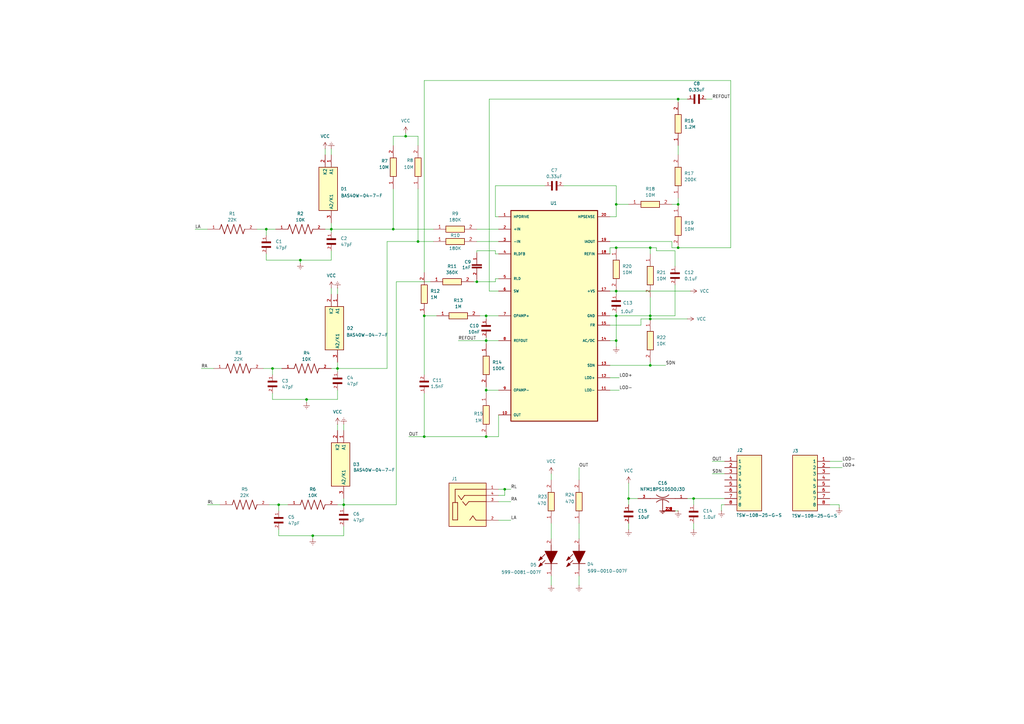
<source format=kicad_sch>
(kicad_sch (version 20231120) (generator "eeschema") (generator_version "8.0")
  (paper "A3")
  (title_block (title "Monitor ECG AFE AD8232") (date "2025-05-19") (rev "1") (company "USB"))
  (junction (at 128.27 219.71))
  (junction (at 252.73 83.82))
  (junction (at 123.19 106.68))
  (junction (at 266.7 149.86))
  (junction (at 135.89 93.98))
  (junction (at 284.48 204.47))
  (junction (at 195.58 115.57))
  (junction (at 252.73 139.7))
  (junction (at 278.13 101.6))
  (junction (at 278.13 40.64))
  (junction (at 252.73 119.38))
  (junction (at 266.7 129.54))
  (junction (at 199.39 179.07))
  (junction (at 125.73 163.83))
  (junction (at 207.01 200.66))
  (junction (at 266.7 101.6))
  (junction (at 252.73 129.54))
  (junction (at 278.13 83.82))
  (junction (at 166.37 55.88))
  (junction (at 199.39 139.7))
  (junction (at 171.45 99.06))
  (junction (at 173.99 179.07))
  (junction (at 111.76 151.13))
  (junction (at 199.39 129.54))
  (junction (at 257.81 204.47))
  (junction (at 266.7 130.81))
  (junction (at 109.22 93.98))
  (junction (at 252.73 101.6))
  (junction (at 173.99 129.54))
  (junction (at 140.97 207.01))
  (junction (at 114.3 207.01))
  (junction (at 161.29 93.98))
  (junction (at 199.39 160.02))
  (junction (at 138.43 151.13))
  (wire (pts (xy 135.89 118.11) (xy 135.89 120.65)))
  (wire (pts (xy 135.89 93.98) (xy 135.89 95.25)))
  (wire (pts (xy 171.45 77.47) (xy 171.45 99.06)))
  (wire (pts (xy 173.99 111.76) (xy 173.99 33.02)))
  (wire (pts (xy 203.2 102.87) (xy 195.58 102.87)))
  (wire (pts (xy 275.59 99.06) (xy 275.59 101.6)))
  (wire (pts (xy 250.19 104.14) (xy 250.19 101.6)))
  (wire (pts (xy 203.2 104.14) (xy 203.2 102.87)))
  (wire (pts (xy 140.97 204.47) (xy 140.97 207.01)))
  (wire (pts (xy 199.39 179.07) (xy 204.47 179.07)))
  (wire (pts (xy 252.73 128.27) (xy 252.73 129.54)))
  (wire (pts (xy 128.27 219.71) (xy 140.97 219.71)))
  (wire (pts (xy 85.09 207.01) (xy 90.17 207.01)))
  (wire (pts (xy 162.56 207.01) (xy 140.97 207.01)))
  (wire (pts (xy 200.66 119.38) (xy 200.66 40.64)))
  (wire (pts (xy 194.31 115.57) (xy 195.58 115.57)))
  (wire (pts (xy 177.8 99.06) (xy 171.45 99.06)))
  (wire (pts (xy 226.06 194.31) (xy 226.06 196.85)))
  (wire (pts (xy 187.96 139.7) (xy 199.39 139.7)))
  (wire (pts (xy 204.47 104.14) (xy 203.2 104.14)))
  (wire (pts (xy 138.43 148.59) (xy 138.43 151.13)))
  (wire (pts (xy 257.81 204.47) (xy 261.62 204.47)))
  (wire (pts (xy 135.89 102.87) (xy 135.89 106.68)))
  (wire (pts (xy 289.56 40.64) (xy 292.1 40.64)))
  (wire (pts (xy 114.3 219.71) (xy 128.27 219.71)))
  (wire (pts (xy 138.43 151.13) (xy 138.43 152.4)))
  (wire (pts (xy 276.86 109.22) (xy 276.86 102.87)))
  (wire (pts (xy 257.81 207.01) (xy 257.81 204.47)))
  (wire (pts (xy 195.58 93.98) (xy 204.47 93.98)))
  (wire (pts (xy 252.73 129.54) (xy 252.73 139.7)))
  (wire (pts (xy 171.45 55.88) (xy 166.37 55.88)))
  (wire (pts (xy 266.7 101.6) (xy 252.73 101.6)))
  (wire (pts (xy 123.19 107.95) (xy 123.19 106.68)))
  (wire (pts (xy 295.91 207.01) (xy 297.18 207.01)))
  (wire (pts (xy 82.55 151.13) (xy 87.63 151.13)))
  (wire (pts (xy 252.73 83.82) (xy 257.81 83.82)))
  (wire (pts (xy 252.73 76.2) (xy 231.14 76.2)))
  (wire (pts (xy 292.1 194.31) (xy 297.18 194.31)))
  (wire (pts (xy 269.24 102.87) (xy 269.24 101.6)))
  (wire (pts (xy 262.89 133.35) (xy 262.89 130.81)))
  (wire (pts (xy 203.2 115.57) (xy 195.58 115.57)))
  (wire (pts (xy 250.19 154.94) (xy 254 154.94)))
  (wire (pts (xy 278.13 40.64) (xy 281.94 40.64)))
  (wire (pts (xy 111.76 151.13) (xy 111.76 153.67)))
  (wire (pts (xy 299.72 33.02) (xy 299.72 101.6)))
  (wire (pts (xy 173.99 129.54) (xy 173.99 153.67)))
  (wire (pts (xy 292.1 189.23) (xy 297.18 189.23)))
  (wire (pts (xy 199.39 139.7) (xy 204.47 139.7)))
  (wire (pts (xy 200.66 40.64) (xy 278.13 40.64)))
  (wire (pts (xy 275.59 101.6) (xy 278.13 101.6)))
  (wire (pts (xy 140.97 215.9) (xy 140.97 219.71)))
  (wire (pts (xy 262.89 130.81) (xy 266.7 130.81)))
  (wire (pts (xy 250.19 133.35) (xy 262.89 133.35)))
  (wire (pts (xy 252.73 83.82) (xy 252.73 76.2)))
  (wire (pts (xy 173.99 129.54) (xy 179.07 129.54)))
  (wire (pts (xy 161.29 55.88) (xy 166.37 55.88)))
  (wire (pts (xy 114.3 217.17) (xy 114.3 219.71)))
  (wire (pts (xy 138.43 160.02) (xy 138.43 163.83)))
  (wire (pts (xy 299.72 101.6) (xy 278.13 101.6)))
  (wire (pts (xy 173.99 161.29) (xy 173.99 179.07)))
  (wire (pts (xy 204.47 200.66) (xy 207.01 200.66)))
  (wire (pts (xy 257.81 198.12) (xy 257.81 204.47)))
  (wire (pts (xy 266.7 121.92) (xy 266.7 129.54)))
  (wire (pts (xy 158.75 151.13) (xy 138.43 151.13)))
  (wire (pts (xy 284.48 207.01) (xy 284.48 204.47)))
  (wire (pts (xy 204.47 119.38) (xy 200.66 119.38)))
  (wire (pts (xy 123.19 106.68) (xy 135.89 106.68)))
  (wire (pts (xy 278.13 59.69) (xy 278.13 63.5)))
  (wire (pts (xy 340.36 189.23) (xy 345.44 189.23)))
  (wire (pts (xy 199.39 130.81) (xy 199.39 129.54)))
  (wire (pts (xy 135.89 60.96) (xy 135.89 63.5)))
  (wire (pts (xy 133.35 60.96) (xy 133.35 63.5)))
  (wire (pts (xy 276.86 102.87) (xy 269.24 102.87)))
  (wire (pts (xy 109.22 93.98) (xy 113.03 93.98)))
  (wire (pts (xy 269.24 101.6) (xy 266.7 101.6)))
  (wire (pts (xy 340.36 191.77) (xy 345.44 191.77)))
  (wire (pts (xy 203.2 88.9) (xy 204.47 88.9)))
  (wire (pts (xy 125.73 165.1) (xy 125.73 163.83)))
  (wire (pts (xy 111.76 151.13) (xy 115.57 151.13)))
  (wire (pts (xy 250.19 101.6) (xy 252.73 101.6)))
  (wire (pts (xy 252.73 139.7) (xy 252.73 142.24)))
  (wire (pts (xy 237.49 191.77) (xy 237.49 196.85)))
  (wire (pts (xy 207.01 200.66) (xy 207.01 203.2)))
  (wire (pts (xy 276.86 116.84) (xy 276.86 129.54)))
  (wire (pts (xy 204.47 179.07) (xy 204.47 170.18)))
  (wire (pts (xy 107.95 151.13) (xy 111.76 151.13)))
  (wire (pts (xy 266.7 130.81) (xy 281.94 130.81)))
  (wire (pts (xy 199.39 129.54) (xy 204.47 129.54)))
  (wire (pts (xy 109.22 93.98) (xy 109.22 96.52)))
  (wire (pts (xy 171.45 99.06) (xy 158.75 99.06)))
  (wire (pts (xy 133.35 93.98) (xy 135.89 93.98)))
  (wire (pts (xy 80.01 93.98) (xy 85.09 93.98)))
  (wire (pts (xy 114.3 207.01) (xy 114.3 209.55)))
  (wire (pts (xy 199.39 158.75) (xy 199.39 160.02)))
  (wire (pts (xy 109.22 104.14) (xy 109.22 106.68)))
  (wire (pts (xy 203.2 76.2) (xy 223.52 76.2)))
  (wire (pts (xy 204.47 114.3) (xy 203.2 114.3)))
  (wire (pts (xy 195.58 115.57) (xy 195.58 114.808)))
  (wire (pts (xy 140.97 173.99) (xy 140.97 176.53)))
  (wire (pts (xy 173.99 179.07) (xy 199.39 179.07)))
  (wire (pts (xy 250.19 129.54) (xy 252.73 129.54)))
  (wire (pts (xy 278.13 41.91) (xy 278.13 40.64)))
  (wire (pts (xy 161.29 93.98) (xy 177.8 93.98)))
  (wire (pts (xy 176.53 115.57) (xy 162.56 115.57)))
  (wire (pts (xy 138.43 173.99) (xy 138.43 176.53)))
  (wire (pts (xy 195.58 99.06) (xy 204.47 99.06)))
  (wire (pts (xy 109.22 106.68) (xy 123.19 106.68)))
  (wire (pts (xy 237.49 236.22) (xy 237.49 240.03)))
  (wire (pts (xy 196.85 129.54) (xy 199.39 129.54)))
  (wire (pts (xy 226.06 236.22) (xy 226.06 240.03)))
  (wire (pts (xy 195.58 102.87) (xy 195.58 103.632)))
  (wire (pts (xy 226.06 214.63) (xy 226.06 220.98)))
  (wire (pts (xy 171.45 59.69) (xy 171.45 55.88)))
  (wire (pts (xy 237.49 214.63) (xy 237.49 220.98)))
  (wire (pts (xy 203.2 88.9) (xy 203.2 76.2)))
  (wire (pts (xy 275.59 83.82) (xy 278.13 83.82)))
  (wire (pts (xy 111.76 161.29) (xy 111.76 163.83)))
  (wire (pts (xy 250.19 99.06) (xy 275.59 99.06)))
  (wire (pts (xy 125.73 163.83) (xy 138.43 163.83)))
  (wire (pts (xy 204.47 205.74) (xy 209.55 205.74)))
  (wire (pts (xy 250.19 119.38) (xy 252.73 119.38)))
  (wire (pts (xy 167.64 179.07) (xy 173.99 179.07)))
  (wire (pts (xy 105.41 93.98) (xy 109.22 93.98)))
  (wire (pts (xy 284.48 214.63) (xy 284.48 217.17)))
  (wire (pts (xy 114.3 207.01) (xy 118.11 207.01)))
  (wire (pts (xy 110.49 207.01) (xy 114.3 207.01)))
  (wire (pts (xy 266.7 104.14) (xy 266.7 101.6)))
  (wire (pts (xy 252.73 119.38) (xy 283.21 119.38)))
  (wire (pts (xy 250.19 88.9) (xy 252.73 88.9)))
  (wire (pts (xy 204.47 160.02) (xy 199.39 160.02)))
  (wire (pts (xy 257.81 214.63) (xy 257.81 217.17)))
  (wire (pts (xy 161.29 77.47) (xy 161.29 93.98)))
  (wire (pts (xy 344.17 207.01) (xy 340.36 207.01)))
  (wire (pts (xy 276.86 209.55) (xy 278.13 209.55)))
  (wire (pts (xy 162.56 115.57) (xy 162.56 207.01)))
  (wire (pts (xy 278.13 81.28) (xy 278.13 83.82)))
  (wire (pts (xy 276.86 129.54) (xy 266.7 129.54)))
  (wire (pts (xy 135.89 151.13) (xy 138.43 151.13)))
  (wire (pts (xy 266.7 148.59) (xy 266.7 149.86)))
  (wire (pts (xy 204.47 203.2) (xy 207.01 203.2)))
  (wire (pts (xy 266.7 149.86) (xy 273.05 149.86)))
  (wire (pts (xy 252.73 120.65) (xy 252.73 119.38)))
  (wire (pts (xy 250.19 149.86) (xy 266.7 149.86)))
  (wire (pts (xy 140.97 207.01) (xy 140.97 208.28)))
  (wire (pts (xy 266.7 129.54) (xy 252.73 129.54)))
  (wire (pts (xy 161.29 59.69) (xy 161.29 55.88)))
  (wire (pts (xy 295.91 209.55) (xy 295.91 207.01)))
  (wire (pts (xy 344.17 208.28) (xy 344.17 207.01)))
  (wire (pts (xy 207.01 200.66) (xy 209.55 200.66)))
  (wire (pts (xy 111.76 163.83) (xy 125.73 163.83)))
  (wire (pts (xy 128.27 220.98) (xy 128.27 219.71)))
  (wire (pts (xy 135.89 93.98) (xy 161.29 93.98)))
  (wire (pts (xy 138.43 207.01) (xy 140.97 207.01)))
  (wire (pts (xy 199.39 138.43) (xy 199.39 139.7)))
  (wire (pts (xy 284.48 204.47) (xy 281.94 204.47)))
  (wire (pts (xy 284.48 204.47) (xy 297.18 204.47)))
  (wire (pts (xy 199.39 139.7) (xy 199.39 140.97)))
  (wire (pts (xy 250.19 139.7) (xy 252.73 139.7)))
  (wire (pts (xy 252.73 88.9) (xy 252.73 83.82)))
  (wire (pts (xy 203.2 114.3) (xy 203.2 115.57)))
  (wire (pts (xy 204.47 213.36) (xy 209.55 213.36)))
  (wire (pts (xy 138.43 118.11) (xy 138.43 120.65)))
  (wire (pts (xy 250.19 160.02) (xy 254 160.02)))
  (wire (pts (xy 158.75 99.06) (xy 158.75 151.13)))
  (wire (pts (xy 135.89 91.44) (xy 135.89 93.98)))
  (wire (pts (xy 173.99 33.02) (xy 299.72 33.02)))
  (wire (pts (xy 199.39 160.02) (xy 199.39 161.29)))
  (wire (pts (xy 166.37 55.88) (xy 166.37 54.61)))
  (label "SDN" (at 292.1 194.31 0))
  (label "LOD+" (at 345.44 191.77 0))
  (label "OUT" (at 292.1 189.23 0))
  (label "LOD+" (at 254 154.94 0))
  (label "OUT" (at 237.49 191.77 0))
  (label "RL" (at 85.09 207.01 0))
  (label "OUT" (at 167.64 179.07 0))
  (label "REFOUT" (at 292.1 40.64 0))
  (label "LOD-" (at 254 160.02 0))
  (label "LA" (at 80.01 93.98 0))
  (label "LOD-" (at 345.44 189.23 0))
  (label "SDN" (at 273.05 149.86 0))
  (label "REFOUT" (at 187.96 139.7 0))
  (label "RL" (at 209.55 200.66 0))
  (label "RA" (at 82.55 151.13 0))
  (label "LA" (at 209.55 213.36 0))
  (label "RA" (at 209.55 205.74 0))
  (symbol (lib_id "TSW-108-25-G-S:TSW-108-25-G-S") (at 297.18 189.23 0) (unit 1)
    (property "Reference" "J2" (at 302.26 184.658 0) (effects (justify left)))
    (property "Value" "TSW-108-25-G-S" (at 302.006 211.328 0) (effects (justify left)))
    (property "Footprint" "TSW-108-25-G-S_Footprint:TSW-108-XX-YY-S" (effects (hide yes)))
    (property "Datasheet" "http://suddendocs.samtec.com/prints/tsw-xxx-xx-xxx-x-xx-xxx-mkt.pdf" (effects (hide yes)))
    (property "Description" "8 Position, Single Row, Classic PCB Header Strips, 0.100&quot; pitch" (effects (hide yes)))
    (property "Manufacturer_Name" "SAMTEC" (effects (hide yes)))
    (property "Manufacturer_Part_Number" "TSW-108-25-G-S" (effects (hide yes)))
    (property "Mouser Part Number" "200-TSW10825GS" (effects (hide yes)))
    (property "Mouser Price/Stock" "https://www.mouser.co.uk/ProductDetail/Samtec/TSW-108-25-G-S?qs=rU5fayqh%252BE0idadVubKgJw%3D%3D" (effects (hide yes)))
  )
  (symbol (lib_id "ERJ-3GEYJ106V:ERJ-3GEYJ106V") (at 161.29 77.47 90) (unit 1)
    (property "Reference" "R7" (at 157.734 66.04 90))
    (property "Value" "10M" (at 157.48 68.58 90))
    (property "Footprint" "RESC1608X55N:RESC1608X55N" (effects (hide yes)))
    (property "Datasheet" "http://docs-europe.electrocomponents.com/webdocs/13ba/0900766b813ba21b.pdf" (effects (hide yes)))
    (property "Description" "Thick Film Resistors - SMD 0603 10Mohms 5% Tol AEC-Q200" (effects (hide yes)))
    (property "Height" "0.55" (effects (hide yes)))
    (property "Manufacturer_Name" "Panasonic" (effects (hide yes)))
    (property "Manufacturer_Part_Number" "ERJ-3GEYJ106V" (effects (hide yes)))
    (property "Mouser Part Number" "667-ERJ-3GEYJ106V" (effects (hide yes)))
    (property "Mouser Price/Stock" "https://www.mouser.co.uk/ProductDetail/Panasonic/ERJ-3GEYJ106V?qs=iBwFsHVUAOc5vgc7Q%252B6PRw%3D%3D" (effects (hide yes)))
    (property "Arrow Part Number" "ERJ-3GEYJ106V" (effects (hide yes)))
    (property "Arrow Price/Stock" "https://www.arrow.com/en/products/erj-3geyj106v/panasonic?region=nac" (effects (hide yes)))
  )
  (symbol (lib_id "RC0603JR-07180KL:RC0603JR-07180KL") (at 177.8 99.06 0) (unit 1)
    (property "Reference" "R10" (at 186.69 96.52 0))
    (property "Value" "180K" (at 186.69 101.854 0))
    (property "Footprint" "RESC1608X55N:RESC1608X55N" (effects (hide yes)))
    (property "Datasheet" "http://www.yageo.com/documents/recent/PYu-RC0603_51_RoHS_L_v5.pdf" (effects (hide yes)))
    (property "Description" "RESISTOR, 0603 180K Ohms +/-5% 1/10 W" (effects (hide yes)))
    (property "Height" "0.55" (effects (hide yes)))
    (property "Manufacturer_Name" "KEMET" (effects (hide yes)))
    (property "Manufacturer_Part_Number" "RC0603JR-07180KL" (effects (hide yes)))
    (property "Mouser Part Number" "603-RC0603JR-07180KL" (effects (hide yes)))
    (property "Mouser Price/Stock" "https://www.mouser.com/Search/Refine.aspx?Keyword=603-RC0603JR-07180KL" (effects (hide yes)))
  )
  (symbol (lib_id "599-0010-007F:599-0010-007F") (at 237.49 236.22 90) (unit 1)
    (property "Reference" "D4" (at 240.792 231.394 90) (effects (justify right)))
    (property "Value" "599-0010-007F" (at 249.174 234.188 90))
    (property "Footprint" "599-0010-007F_Footprint:LEDM168X70N" (effects (hide yes)))
    (property "Datasheet" "https://www.mouser.com/datasheet/2/109/Dialight_CBI_data_599-0603_Apr2018-1370611.pdf" (effects (hide yes)))
    (property "Description" "Standard LEDs - SMD SMD 0603 RED" (effects (hide yes)))
    (property "Height" "0.7" (effects (hide yes)))
    (property "Manufacturer_Name" "Dialight" (effects (hide yes)))
    (property "Manufacturer_Part_Number" "599-0010-007F" (effects (hide yes)))
    (property "Mouser Part Number" "645-599-0010-007F" (effects (hide yes)))
    (property "Mouser Price/Stock" "https://www.mouser.co.uk/ProductDetail/Dialight/599-0010-007F?qs=gTYE2QTfZfTcdWv2Knd4aQ%3D%3D" (effects (hide yes)))
  )
  (symbol (lib_id "CC0603KRX7R9BB152:CC0603KRX7R9BB152") (at 173.99 156.21 90) (mirror x) (unit 1)
    (property "Reference" "C11" (at 179.324 155.956 90))
    (property "Value" "1.5nF" (at 179.324 158.496 90))
    (property "Footprint" "CAPC1608X90:CAPC1608X90" (effects (hide yes)))
    (property "MF" "Yageo" (effects (hide yes)))
    (property "Description_1" "\n                        \n                            1500 pF ±10% 50V Ceramic Capacitor X7R 0603 (1608 Metric)\n                        \n" (effects (hide yes)))
    (property "Package" "0603 Yageo" (effects (hide yes)))
    (property "Price" "None" (effects (hide yes)))
    (property "SnapEDA_Link" "https://www.snapeda.com/parts/CC0603KRX7R9BB152/Yageo/view-part/?ref=snap" (effects (hide yes)))
    (property "MP" "CC0603KRX7R9BB152" (effects (hide yes)))
    (property "Availability" "In Stock" (effects (hide yes)))
    (property "Check_prices" "https://www.snapeda.com/parts/CC0603KRX7R9BB152/Yageo/view-part/?ref=eda" (effects (hide yes)))
  )
  (symbol (lib_id "power:Earth") (at 135.89 60.96 180) (unit 1)
    (property "Reference" "#PWR02" (effects (hide yes)))
    (property "Value" "Earth" (effects (hide yes)))
    (property "Description" "Power symbol creates a global label with name \"Earth\"" (effects (hide yes)))
  )
  (symbol (lib_id "CC0603JRNPO9BN470:CC0603JRNPO9BN470") (at 138.43 157.48 90) (unit 1)
    (property "Reference" "C4" (at 142.24 154.9399 90) (effects (justify right)))
    (property "Value" "47pF" (at 142.24 157.4799 90) (effects (justify right)))
    (property "Footprint" "CAPC1608X90:CAPC1608X90" (effects (hide yes)))
    (property "MF" "Yageo" (effects (hide yes)))
    (property "Description_1" "\n                        \n                            47 pF ±5% 50V Ceramic Capacitor C0G, NP0 0603 (1608 Metric)\n                        \n" (effects (hide yes)))
    (property "Package" "0603 Yageo" (effects (hide yes)))
    (property "Price" "None" (effects (hide yes)))
    (property "SnapEDA_Link" "https://www.snapeda.com/parts/CC0603JRNPO9BN470/Yageo/view-part/?ref=snap" (effects (hide yes)))
    (property "MP" "CC0603JRNPO9BN470" (effects (hide yes)))
    (property "Availability" "In Stock" (effects (hide yes)))
    (property "Check_prices" "https://www.snapeda.com/parts/CC0603JRNPO9BN470/Yageo/view-part/?ref=eda" (effects (hide yes)))
  )
  (symbol (lib_id "NFM18PS105D0J3D:NFM18PS105D0J3D") (at 271.78 204.47 0) (mirror y) (unit 1)
    (property "Reference" "C16" (at 271.78 198.12 0))
    (property "Value" "NFM18PS105D0J3D" (at 271.78 200.66 0))
    (property "Footprint" "NFM18PS105D0J3D_footprint:FIL_NFM18PS105D0J3D" (effects (hide yes)))
    (property "MF" "Murata" (effects (hide yes)))
    (property "DESCRIPTION" "Feedthrough Capacitor" (effects (hide yes)))
    (property "PACKAGE" "0603 Murata" (effects (hide yes)))
    (property "PRICE" "None" (effects (hide yes)))
    (property "Package" "NONSTANDARD" (effects (hide yes)))
    (property "Check_prices" "https://www.snapeda.com/parts/NFM18PS105D0J3D/Murata/view-part/?ref=eda" (effects (hide yes)))
    (property "Price" "None" (effects (hide yes)))
    (property "SnapEDA_Link" "https://www.snapeda.com/parts/NFM18PS105D0J3D/Murata/view-part/?ref=snap" (effects (hide yes)))
    (property "MP" "NFM18PS105D0J3D" (effects (hide yes)))
    (property "Availability" "In Stock" (effects (hide yes)))
    (property "AVAILABILITY" "Unavailable" (effects (hide yes)))
    (property "Description_1" "\n                        \n                            SMD Capacitor  with Capacitance: 1.0uF Tol. 20%. Rated Voltage: 6.3Vdc\n                        \n" (effects (hide yes)))
  )
  (symbol (lib_id "ERJ-3GEYJ106V:ERJ-3GEYJ106V") (at 266.7 104.14 270) (unit 1)
    (property "Reference" "R21" (at 269.24 111.7599 90) (effects (justify left)))
    (property "Value" "10M" (at 269.24 114.2999 90) (effects (justify left)))
    (property "Footprint" "RESC1608X55N:RESC1608X55N" (effects (hide yes)))
    (property "Datasheet" "http://docs-europe.electrocomponents.com/webdocs/13ba/0900766b813ba21b.pdf" (effects (hide yes)))
    (property "Description" "Thick Film Resistors - SMD 0603 10Mohms 5% Tol AEC-Q200" (effects (hide yes)))
    (property "Height" "0.55" (effects (hide yes)))
    (property "Manufacturer_Name" "Panasonic" (effects (hide yes)))
    (property "Manufacturer_Part_Number" "ERJ-3GEYJ106V" (effects (hide yes)))
    (property "Mouser Part Number" "667-ERJ-3GEYJ106V" (effects (hide yes)))
    (property "Mouser Price/Stock" "https://www.mouser.co.uk/ProductDetail/Panasonic/ERJ-3GEYJ106V?qs=iBwFsHVUAOc5vgc7Q%252B6PRw%3D%3D" (effects (hide yes)))
    (property "Arrow Part Number" "ERJ-3GEYJ106V" (effects (hide yes)))
    (property "Arrow Price/Stock" "https://www.arrow.com/en/products/erj-3geyj106v/panasonic?region=nac" (effects (hide yes)))
  )
  (symbol (lib_id "power:VCC") (at 138.43 173.99 0) (unit 1)
    (property "Reference" "#PWR08" (effects (hide yes)))
    (property "Value" "VCC" (at 138.43 168.91 0))
    (property "Description" "Power symbol creates a global label with name \"VCC\"" (effects (hide yes)))
  )
  (symbol (lib_id "C0603C106M9PACTU:C0603C106M9PACTU") (at 257.81 212.09 90) (unit 1)
    (property "Reference" "C15" (at 261.62 209.5499 90) (effects (justify right)))
    (property "Value" "10uF" (at 261.62 212.0899 90) (effects (justify right)))
    (property "Footprint" "CAPC1608X90N:CAPC1608X90N" (effects (hide yes)))
    (property "MF" "KEMET" (effects (hide yes)))
    (property "Description_1" "\n                        \n                            0603 C 10uF Ceramic Multilayer Capacitor, 6.3 VDC, +85degC, X5R Dielec, +/-20% | KEMET C0603C106M9PACTU\n                        \n" (effects (hide yes)))
    (property "Package" "0603 KEMET" (effects (hide yes)))
    (property "Price" "None" (effects (hide yes)))
    (property "SnapEDA_Link" "https://www.snapeda.com/parts/C0603C106M9PACTU/KEMET/view-part/?ref=snap" (effects (hide yes)))
    (property "MP" "C0603C106M9PACTU" (effects (hide yes)))
    (property "Availability" "In Stock" (effects (hide yes)))
    (property "Check_prices" "https://www.snapeda.com/parts/C0603C106M9PACTU/KEMET/view-part/?ref=eda" (effects (hide yes)))
  )
  (symbol (lib_id "AD8232ACPZ-R7:AD8232ACPZ-R7") (at 227.33 106.68 0) (unit 1)
    (property "Reference" "U1" (at 227.076 83.312 0))
    (property "Value" "AD8232ACPZ-R7" (effects (hide yes)))
    (property "Footprint" "AD8232ACPZ-R7_footprint:QFN50P400X400X100-21N" (effects (hide yes)))
    (property "MF" "Analog Devices" (effects (hide yes)))
    (property "Description_1" "\n                        \n                            Single-Lead, Heart Rate Monitor Front End\n                        \n" (effects (hide yes)))
    (property "Package" "LFCSP -20 Analog Devices" (effects (hide yes)))
    (property "Price" "None" (effects (hide yes)))
    (property "Check_prices" "https://www.snapeda.com/parts/AD8232ACPZ-R7/Analog+Devices/view-part/?ref=eda" (effects (hide yes)))
    (property "SnapEDA_Link" "https://www.snapeda.com/parts/AD8232ACPZ-R7/Analog+Devices/view-part/?ref=snap" (effects (hide yes)))
    (property "MP" "AD8232ACPZ-R7" (effects (hide yes)))
    (property "Availability" "In Stock" (effects (hide yes)))
    (property "Manufacturer" "Analog Devices" (effects (hide yes)))
  )
  (symbol (lib_id "ERJ-3GEYJ103V:ERJ-3GEYJ103V") (at 128.27 207.01 0) (unit 1)
    (property "Reference" "R6" (at 128.27 200.66 0))
    (property "Value" "10K" (at 128.27 203.2 0))
    (property "Footprint" "ERJ-3GEYJ103V_footprint:RES_ERJ-3GEYJ103V" (effects (hide yes)))
    (property "MF" "Panasonic" (effects (hide yes)))
    (property "MAXIMUM_PACKAGE_HEIGHT" "0.45 mm" (effects (hide yes)))
    (property "Package" "1608-2 Panasonic" (effects (hide yes)))
    (property "Price" "None" (effects (hide yes)))
    (property "Check_prices" "https://www.snapeda.com/parts/ERJ-3GEYJ103V/Panasonic+Electronic+Components/view-part/?ref=eda" (effects (hide yes)))
    (property "STANDARD" "Manufacturer Recommendations" (effects (hide yes)))
    (property "PARTREV" "3/1/2020" (effects (hide yes)))
    (property "SnapEDA_Link" "https://www.snapeda.com/parts/ERJ-3GEYJ103V/Panasonic+Electronic+Components/view-part/?ref=snap" (effects (hide yes)))
    (property "MP" "ERJ-3GEYJ103V" (effects (hide yes)))
    (property "Description_1" "\n                        \n                            Series/Type: Thick Film Chip Resistors, Power Rating (W): 0.1, Chip Size (LxW(EIA)) (mm): 1.6 x 0.8 (EIA:0603), Resistance Values (Ω): 10000, Resistance Tolerance (%): 5, T.C.R (×10⁻⁶/K): ±200\n                        \n" (effects (hide yes)))
    (property "Availability" "In Stock" (effects (hide yes)))
    (property "MANUFACTURER" "Panasonic" (effects (hide yes)))
  )
  (symbol (lib_id "CC0603JRNPO9BN470:CC0603JRNPO9BN470") (at 135.89 100.33 90) (unit 1)
    (property "Reference" "C2" (at 139.7 97.7899 90) (effects (justify right)))
    (property "Value" "47pF" (at 139.7 100.3299 90) (effects (justify right)))
    (property "Footprint" "CAPC1608X90:CAPC1608X90" (effects (hide yes)))
    (property "MF" "Yageo" (effects (hide yes)))
    (property "Description_1" "\n                        \n                            47 pF ±5% 50V Ceramic Capacitor C0G, NP0 0603 (1608 Metric)\n                        \n" (effects (hide yes)))
    (property "Package" "0603 Yageo" (effects (hide yes)))
    (property "Price" "None" (effects (hide yes)))
    (property "SnapEDA_Link" "https://www.snapeda.com/parts/CC0603JRNPO9BN470/Yageo/view-part/?ref=snap" (effects (hide yes)))
    (property "MP" "CC0603JRNPO9BN470" (effects (hide yes)))
    (property "Availability" "In Stock" (effects (hide yes)))
    (property "Check_prices" "https://www.snapeda.com/parts/CC0603JRNPO9BN470/Yageo/view-part/?ref=eda" (effects (hide yes)))
  )
  (symbol (lib_id "C0603C334K9RACTU:C0603C334K9RACTU") (at 284.48 40.64 0) (unit 1)
    (property "Reference" "C8" (at 285.75 34.29 0))
    (property "Value" "0.33uF" (at 285.75 36.83 0))
    (property "Footprint" "CAPC1608X87N:CAPC1608X87N" (effects (hide yes)))
    (property "MF" "KEMET" (effects (hide yes)))
    (property "Description_1" "\n                        \n                            0.33 µF ±10% 6.3V Ceramic Capacitor X7R 0603 (1608 Metric)\n                        \n" (effects (hide yes)))
    (property "Package" "603-2 KEMET" (effects (hide yes)))
    (property "Price" "None" (effects (hide yes)))
    (property "SnapEDA_Link" "https://www.snapeda.com/parts/C0603C334K9RACTU/KEMET/view-part/?ref=snap" (effects (hide yes)))
    (property "MP" "C0603C334K9RACTU" (effects (hide yes)))
    (property "Availability" "In Stock" (effects (hide yes)))
    (property "Check_prices" "https://www.snapeda.com/parts/C0603C334K9RACTU/KEMET/view-part/?ref=eda" (effects (hide yes)))
  )
  (symbol (lib_id "0603YC104KAT2A:0603YC104KAT2A") (at 284.48 209.55 270) (unit 1)
    (property "Reference" "C14" (at 288.29 209.5499 90) (effects (justify left)))
    (property "Value" "1.0uF" (at 288.29 212.0899 90) (effects (justify left)))
    (property "Footprint" "CAPC1608X90N:CAPC1608X90N" (effects (hide yes)))
    (property "MF" "KYOCERA AVX" (effects (hide yes)))
    (property "Description_1" "\n                        \n                            0.1 µF ±10% 16V Ceramic Capacitor X7R 0603 (1608 Metric)\n                        \n" (effects (hide yes)))
    (property "Package" "1608 AVX" (effects (hide yes)))
    (property "Price" "None" (effects (hide yes)))
    (property "SnapEDA_Link" "https://www.snapeda.com/parts/0603YC104KAT2A/Kyocera/view-part/?ref=snap" (effects (hide yes)))
    (property "MP" "0603YC104KAT2A" (effects (hide yes)))
    (property "Availability" "In Stock" (effects (hide yes)))
    (property "Check_prices" "https://www.snapeda.com/parts/0603YC104KAT2A/Kyocera/view-part/?ref=eda" (effects (hide yes)))
  )
  (symbol (lib_id "RC0603JR-07180KL:RC0603JR-07180KL") (at 177.8 93.98 0) (unit 1)
    (property "Reference" "R9" (at 186.69 87.63 0))
    (property "Value" "180K" (at 186.69 90.17 0))
    (property "Footprint" "RESC1608X55N:RESC1608X55N" (effects (hide yes)))
    (property "Datasheet" "http://www.yageo.com/documents/recent/PYu-RC0603_51_RoHS_L_v5.pdf" (effects (hide yes)))
    (property "Description" "RESISTOR, 0603 180K Ohms +/-5% 1/10 W" (effects (hide yes)))
    (property "Height" "0.55" (effects (hide yes)))
    (property "Manufacturer_Name" "KEMET" (effects (hide yes)))
    (property "Manufacturer_Part_Number" "RC0603JR-07180KL" (effects (hide yes)))
    (property "Mouser Part Number" "603-RC0603JR-07180KL" (effects (hide yes)))
    (property "Mouser Price/Stock" "https://www.mouser.com/Search/Refine.aspx?Keyword=603-RC0603JR-07180KL" (effects (hide yes)))
  )
  (symbol (lib_id "599-0081-007F:599-0081-007F") (at 226.06 236.22 90) (unit 1)
    (property "Reference" "D5" (at 217.424 231.648 90) (effects (justify right)))
    (property "Value" "599-0081-007F" (at 213.868 234.696 90))
    (property "Footprint" "599-0081-007F_Footprint:CAPC1608X95" (effects (hide yes)))
    (property "Datasheet" "https://www.mouser.com/datasheet/2/109/Dialight_CBI_data_599-0603_Apr2018-1370611.pdf" (effects (hide yes)))
    (property "Description" "Standard LEDs - SMD SMD 0603 GREEN" (effects (hide yes)))
    (property "Height" "0.7" (effects (hide yes)))
    (property "Manufacturer_Name" "Dialight" (effects (hide yes)))
    (property "Manufacturer_Part_Number" "599-0081-007F" (effects (hide yes)))
    (property "Mouser Part Number" "645-599-0081-007F" (effects (hide yes)))
    (property "Mouser Price/Stock" "https://www.mouser.co.uk/ProductDetail/Dialight/599-0010-007F?qs=gTYE2QTfZfTcdWv2Knd4aQ%3D%3D" (effects (hide yes)))
  )
  (symbol (lib_id "power:Earth") (at 226.06 240.03 0) (unit 1)
    (property "Reference" "#PWR011" (effects (hide yes)))
    (property "Value" "Earth" (effects (hide yes)))
    (property "Description" "Power symbol creates a global label with name \"Earth\"" (effects (hide yes)))
  )
  (symbol (lib_id "power:VCC") (at 257.81 198.12 0) (unit 1)
    (property "Reference" "#PWR014" (effects (hide yes)))
    (property "Value" "VCC" (at 257.81 193.04 0))
    (property "Description" "Power symbol creates a global label with name \"VCC\"" (effects (hide yes)))
  )
  (symbol (lib_id "RC0603JR-0722KL:RC0603JR-0722KL") (at 95.25 93.98 0) (unit 1)
    (property "Reference" "R1" (at 95.25 87.63 0))
    (property "Value" "22K" (at 95.25 90.17 0))
    (property "Footprint" "RESC1608X55N:RESC1608X55N" (effects (hide yes)))
    (property "MF" "Yageo" (effects (hide yes)))
    (property "Description_1" "\n                        \n                            22 kOhms ±5% 0.1W, 1/10W Chip Resistor 0603 (1608 Metric) Moisture Resistant Thick Film\n                        \n" (effects (hide yes)))
    (property "Package" "1608 Yageo" (effects (hide yes)))
    (property "Price" "None" (effects (hide yes)))
    (property "SnapEDA_Link" "https://www.snapeda.com/parts/RC0603JR-0722KL/Yageo/view-part/?ref=snap" (effects (hide yes)))
    (property "MP" "RC0603JR-0722KL" (effects (hide yes)))
    (property "Availability" "In Stock" (effects (hide yes)))
    (property "Check_prices" "https://www.snapeda.com/parts/RC0603JR-0722KL/Yageo/view-part/?ref=eda" (effects (hide yes)))
  )
  (symbol (lib_id "ERJ-3EKF1003V:ERJ-3EKF1003V") (at 199.39 140.97 270) (unit 1)
    (property "Reference" "R14" (at 201.93 148.5899 90) (effects (justify left)))
    (property "Value" "100K" (at 201.93 151.1299 90) (effects (justify left)))
    (property "Footprint" "RESC1608X55N:RESC1608X55N" (effects (hide yes)))
    (property "Datasheet" "http://industrial.panasonic.com/cdbs/www-data/pdf/RDA0000/AOA0000C86.pdf" (effects (hide yes)))
    (property "Description" "Thick Film Resistors - SMD 0603 100Kohms 1% Tol" (effects (hide yes)))
    (property "Height" "0.55" (effects (hide yes)))
    (property "Manufacturer_Name" "Panasonic" (effects (hide yes)))
    (property "Manufacturer_Part_Number" "ERJ-3EKF1003V" (effects (hide yes)))
    (property "Mouser Part Number" "667-ERJ-3EKF1003V" (effects (hide yes)))
    (property "Mouser Price/Stock" "https://www.mouser.co.uk/ProductDetail/Panasonic/ERJ-3EKF1003V?qs=H7k1u0Mp9JSqh2R2gj46DA%3D%3D" (effects (hide yes)))
    (property "Arrow Part Number" "ERJ-3EKF1003V" (effects (hide yes)))
    (property "Arrow Price/Stock" "https://www.arrow.com/en/products/erj-3ekf1003v/panasonic?utm_currency=USD&region=nac" (effects (hide yes)))
  )
  (symbol (lib_id "power:VCC") (at 135.89 118.11 0) (unit 1)
    (property "Reference" "#PWR05" (effects (hide yes)))
    (property "Value" "VCC" (at 135.89 113.03 0))
    (property "Description" "Power symbol creates a global label with name \"VCC\"" (effects (hide yes)))
  )
  (symbol (lib_id "ERJ-3GEYJ103V:ERJ-3GEYJ103V") (at 125.73 151.13 0) (unit 1)
    (property "Reference" "R4" (at 125.73 144.78 0))
    (property "Value" "10K" (at 125.73 147.32 0))
    (property "Footprint" "ERJ-3GEYJ103V_footprint:RES_ERJ-3GEYJ103V" (effects (hide yes)))
    (property "MF" "Panasonic" (effects (hide yes)))
    (property "MAXIMUM_PACKAGE_HEIGHT" "0.45 mm" (effects (hide yes)))
    (property "Package" "1608-2 Panasonic" (effects (hide yes)))
    (property "Price" "None" (effects (hide yes)))
    (property "Check_prices" "https://www.snapeda.com/parts/ERJ-3GEYJ103V/Panasonic+Electronic+Components/view-part/?ref=eda" (effects (hide yes)))
    (property "STANDARD" "Manufacturer Recommendations" (effects (hide yes)))
    (property "PARTREV" "3/1/2020" (effects (hide yes)))
    (property "SnapEDA_Link" "https://www.snapeda.com/parts/ERJ-3GEYJ103V/Panasonic+Electronic+Components/view-part/?ref=snap" (effects (hide yes)))
    (property "MP" "ERJ-3GEYJ103V" (effects (hide yes)))
    (property "Description_1" "\n                        \n                            Series/Type: Thick Film Chip Resistors, Power Rating (W): 0.1, Chip Size (LxW(EIA)) (mm): 1.6 x 0.8 (EIA:0603), Resistance Values (Ω): 10000, Resistance Tolerance (%): 5, T.C.R (×10⁻⁶/K): ±200\n                        \n" (effects (hide yes)))
    (property "Availability" "In Stock" (effects (hide yes)))
    (property "MANUFACTURER" "Panasonic" (effects (hide yes)))
  )
  (symbol (lib_id "0603YC104KAT2A:0603YC104KAT2A") (at 252.73 123.19 270) (unit 1)
    (property "Reference" "C13" (at 255.524 124.206 90) (effects (justify left)))
    (property "Value" "1.0uF" (at 254.508 127.762 90) (effects (justify left)))
    (property "Footprint" "CAPC1608X90N:CAPC1608X90N" (effects (hide yes)))
    (property "MF" "KYOCERA AVX" (effects (hide yes)))
    (property "Description_1" "\n                        \n                            0.1 µF ±10% 16V Ceramic Capacitor X7R 0603 (1608 Metric)\n                        \n" (effects (hide yes)))
    (property "Package" "1608 AVX" (effects (hide yes)))
    (property "Price" "None" (effects (hide yes)))
    (property "SnapEDA_Link" "https://www.snapeda.com/parts/0603YC104KAT2A/Kyocera/view-part/?ref=snap" (effects (hide yes)))
    (property "MP" "0603YC104KAT2A" (effects (hide yes)))
    (property "Availability" "In Stock" (effects (hide yes)))
    (property "Check_prices" "https://www.snapeda.com/parts/0603YC104KAT2A/Kyocera/view-part/?ref=eda" (effects (hide yes)))
  )
  (symbol (lib_id "power:VCC") (at 166.37 54.61 0) (unit 1)
    (property "Reference" "#PWR019" (effects (hide yes)))
    (property "Value" "VCC" (at 166.37 49.53 0))
    (property "Description" "Power symbol creates a global label with name \"VCC\"" (effects (hide yes)))
  )
  (symbol (lib_id "RC0603JR-0722KL:RC0603JR-0722KL") (at 97.79 151.13 0) (unit 1)
    (property "Reference" "R3" (at 97.79 144.78 0))
    (property "Value" "22K" (at 97.79 147.32 0))
    (property "Footprint" "RESC1608X55N:RESC1608X55N" (effects (hide yes)))
    (property "MF" "Yageo" (effects (hide yes)))
    (property "Description_1" "\n                        \n                            22 kOhms ±5% 0.1W, 1/10W Chip Resistor 0603 (1608 Metric) Moisture Resistant Thick Film\n                        \n" (effects (hide yes)))
    (property "Package" "1608 Yageo" (effects (hide yes)))
    (property "Price" "None" (effects (hide yes)))
    (property "SnapEDA_Link" "https://www.snapeda.com/parts/RC0603JR-0722KL/Yageo/view-part/?ref=snap" (effects (hide yes)))
    (property "MP" "RC0603JR-0722KL" (effects (hide yes)))
    (property "Availability" "In Stock" (effects (hide yes)))
    (property "Check_prices" "https://www.snapeda.com/parts/RC0603JR-0722KL/Yageo/view-part/?ref=eda" (effects (hide yes)))
  )
  (symbol (lib_id "CC0603JRNPO9BN470:CC0603JRNPO9BN470") (at 140.97 213.36 90) (unit 1)
    (property "Reference" "C6" (at 144.78 210.8199 90) (effects (justify right)))
    (property "Value" "47pF" (at 144.78 213.3599 90) (effects (justify right)))
    (property "Footprint" "CAPC1608X90:CAPC1608X90" (effects (hide yes)))
    (property "MF" "Yageo" (effects (hide yes)))
    (property "Description_1" "\n                        \n                            47 pF ±5% 50V Ceramic Capacitor C0G, NP0 0603 (1608 Metric)\n                        \n" (effects (hide yes)))
    (property "Package" "0603 Yageo" (effects (hide yes)))
    (property "Price" "None" (effects (hide yes)))
    (property "SnapEDA_Link" "https://www.snapeda.com/parts/CC0603JRNPO9BN470/Yageo/view-part/?ref=snap" (effects (hide yes)))
    (property "MP" "CC0603JRNPO9BN470" (effects (hide yes)))
    (property "Availability" "In Stock" (effects (hide yes)))
    (property "Check_prices" "https://www.snapeda.com/parts/CC0603JRNPO9BN470/Yageo/view-part/?ref=eda" (effects (hide yes)))
  )
  (symbol (lib_id "power:Earth") (at 295.91 209.55 0) (unit 1)
    (property "Reference" "#PWR017" (effects (hide yes)))
    (property "Value" "Earth" (effects (hide yes)))
    (property "Description" "Power symbol creates a global label with name \"Earth\"" (effects (hide yes)))
  )
  (symbol (lib_id "CC0603JRNPO9BN470:CC0603JRNPO9BN470") (at 114.3 214.63 90) (unit 1)
    (property "Reference" "C5" (at 118.11 212.0899 90) (effects (justify right)))
    (property "Value" "47pF" (at 118.11 214.6299 90) (effects (justify right)))
    (property "Footprint" "CAPC1608X90:CAPC1608X90" (effects (hide yes)))
    (property "MF" "Yageo" (effects (hide yes)))
    (property "Description_1" "\n                        \n                            47 pF ±5% 50V Ceramic Capacitor C0G, NP0 0603 (1608 Metric)\n                        \n" (effects (hide yes)))
    (property "Package" "0603 Yageo" (effects (hide yes)))
    (property "Price" "None" (effects (hide yes)))
    (property "SnapEDA_Link" "https://www.snapeda.com/parts/CC0603JRNPO9BN470/Yageo/view-part/?ref=snap" (effects (hide yes)))
    (property "MP" "CC0603JRNPO9BN470" (effects (hide yes)))
    (property "Availability" "In Stock" (effects (hide yes)))
    (property "Check_prices" "https://www.snapeda.com/parts/CC0603JRNPO9BN470/Yageo/view-part/?ref=eda" (effects (hide yes)))
  )
  (symbol (lib_id "power:Earth") (at 138.43 118.11 180) (unit 1)
    (property "Reference" "#PWR06" (effects (hide yes)))
    (property "Value" "Earth" (effects (hide yes)))
    (property "Description" "Power symbol creates a global label with name \"Earth\"" (effects (hide yes)))
  )
  (symbol (lib_id "RC0603JR-07470RL:RC0603JR-07470RL") (at 237.49 214.63 90) (unit 1)
    (property "Reference" "R24" (at 233.68 202.946 90))
    (property "Value" "470" (at 233.68 205.74 90))
    (property "Footprint" "RESC1608X55N:RESC1608X55N" (effects (hide yes)))
    (property "Datasheet" "http://www.yageo.com/documents/recent/PYu-RC0603_51_RoHS_L_v5.pdf" (effects (hide yes)))
    (property "Description" "RESISTOR, 0603 470 Ohms +/-5% 1/10 W" (effects (hide yes)))
    (property "Height" "0.55" (effects (hide yes)))
    (property "Manufacturer_Name" "KEMET" (effects (hide yes)))
    (property "Manufacturer_Part_Number" "RC0603JR-07470RL" (effects (hide yes)))
    (property "Mouser Part Number" "603-RC0603JR-07470RL" (effects (hide yes)))
    (property "Mouser Price/Stock" "https://www.mouser.co.uk/ProductDetail/YAGEO/RC0603JR-07470RL?qs=%2F9ZTgpVJnN7OKFv8ihIyYQ%3D%3D" (effects (hide yes)))
    (property "Arrow Part Number" "RC0603JR-07470RL" (effects (hide yes)))
    (property "Arrow Price/Stock" "https://www.arrow.com/en/products/rc0603jr-07470rl/yageo?region=nac" (effects (hide yes)))
  )
  (symbol (lib_id "power:Earth") (at 284.48 217.17 0) (unit 1)
    (property "Reference" "#PWR016" (effects (hide yes)))
    (property "Value" "Earth" (effects (hide yes)))
    (property "Description" "Power symbol creates a global label with name \"Earth\"" (effects (hide yes)))
  )
  (symbol (lib_id "power:Earth") (at 123.19 107.95 0) (unit 1)
    (property "Reference" "#PWR01" (effects (hide yes)))
    (property "Value" "Earth" (effects (hide yes)))
    (property "Description" "Power symbol creates a global label with name \"Earth\"" (effects (hide yes)))
  )
  (symbol (lib_id "ERJ-3GEYJ106V:ERJ-3GEYJ106V") (at 257.81 83.82 0) (unit 1)
    (property "Reference" "R18" (at 266.7 77.47 0))
    (property "Value" "10M" (at 266.7 80.01 0))
    (property "Footprint" "RESC1608X55N:RESC1608X55N" (effects (hide yes)))
    (property "Datasheet" "http://docs-europe.electrocomponents.com/webdocs/13ba/0900766b813ba21b.pdf" (effects (hide yes)))
    (property "Description" "Thick Film Resistors - SMD 0603 10Mohms 5% Tol AEC-Q200" (effects (hide yes)))
    (property "Height" "0.55" (effects (hide yes)))
    (property "Manufacturer_Name" "Panasonic" (effects (hide yes)))
    (property "Manufacturer_Part_Number" "ERJ-3GEYJ106V" (effects (hide yes)))
    (property "Mouser Part Number" "667-ERJ-3GEYJ106V" (effects (hide yes)))
    (property "Mouser Price/Stock" "https://www.mouser.co.uk/ProductDetail/Panasonic/ERJ-3GEYJ106V?qs=iBwFsHVUAOc5vgc7Q%252B6PRw%3D%3D" (effects (hide yes)))
    (property "Arrow Part Number" "ERJ-3GEYJ106V" (effects (hide yes)))
    (property "Arrow Price/Stock" "https://www.arrow.com/en/products/erj-3geyj106v/panasonic?region=nac" (effects (hide yes)))
  )
  (symbol (lib_id "power:VCC") (at 226.06 194.31 0) (unit 1)
    (property "Reference" "#PWR012" (effects (hide yes)))
    (property "Value" "VCC" (at 226.06 189.23 0))
    (property "Description" "Power symbol creates a global label with name \"VCC\"" (effects (hide yes)))
  )
  (symbol (lib_id "RC0603JR-0722KL:RC0603JR-0722KL") (at 100.33 207.01 0) (unit 1)
    (property "Reference" "R5" (at 100.33 200.66 0))
    (property "Value" "22K" (at 100.33 203.2 0))
    (property "Footprint" "RESC1608X55N:RESC1608X55N" (effects (hide yes)))
    (property "MF" "Yageo" (effects (hide yes)))
    (property "Description_1" "\n                        \n                            22 kOhms ±5% 0.1W, 1/10W Chip Resistor 0603 (1608 Metric) Moisture Resistant Thick Film\n                        \n" (effects (hide yes)))
    (property "Package" "1608 Yageo" (effects (hide yes)))
    (property "Price" "None" (effects (hide yes)))
    (property "SnapEDA_Link" "https://www.snapeda.com/parts/RC0603JR-0722KL/Yageo/view-part/?ref=snap" (effects (hide yes)))
    (property "MP" "RC0603JR-0722KL" (effects (hide yes)))
    (property "Availability" "In Stock" (effects (hide yes)))
    (property "Check_prices" "https://www.snapeda.com/parts/RC0603JR-0722KL/Yageo/view-part/?ref=eda" (effects (hide yes)))
  )
  (symbol (lib_id "ERJ-3EKF1002V:ERJ-3EKF1002V") (at 266.7 130.81 270) (unit 1)
    (property "Reference" "R22" (at 269.24 138.4299 90) (effects (justify left)))
    (property "Value" "10K" (at 269.24 140.9699 90) (effects (justify left)))
    (property "Footprint" "RESC1608X55N:RESC1608X55N" (effects (hide yes)))
    (property "Datasheet" "http://industrial.panasonic.com/cdbs/www-data/pdf/RDA0000/AOA0000C86.pdf" (effects (hide yes)))
    (property "Description" "Thick Film Resistors - SMD 0603 10Kohms 1% AEC-Q200" (effects (hide yes)))
    (property "Height" "0.55" (effects (hide yes)))
    (property "Manufacturer_Name" "Panasonic" (effects (hide yes)))
    (property "Manufacturer_Part_Number" "ERJ-3EKF1002V" (effects (hide yes)))
    (property "Mouser Part Number" "667-ERJ-3EKF1002V" (effects (hide yes)))
    (property "Mouser Price/Stock" "https://www.mouser.co.uk/ProductDetail/Panasonic/ERJ-3EKF1002V?qs=H7k1u0Mp9JSrGPQ5%2F5COuw%3D%3D" (effects (hide yes)))
    (property "Arrow Part Number" "ERJ-3EKF1002V" (effects (hide yes)))
    (property "Arrow Price/Stock" "https://www.arrow.com/en/products/erj-3ekf1002v/panasonic?utm_currency=USD&region=nac" (effects (hide yes)))
  )
  (symbol (lib_id "power:Earth") (at 278.13 209.55 0) (unit 1)
    (property "Reference" "#PWR015" (effects (hide yes)))
    (property "Value" "Earth" (effects (hide yes)))
    (property "Description" "Power symbol creates a global label with name \"Earth\"" (effects (hide yes)))
  )
  (symbol (lib_id "RC0603JR-07470RL:RC0603JR-07470RL") (at 226.06 214.63 90) (unit 1)
    (property "Reference" "R23" (at 222.504 203.708 90))
    (property "Value" "470" (at 222.25 206.502 90))
    (property "Footprint" "RESC1608X55N:RESC1608X55N" (effects (hide yes)))
    (property "Datasheet" "http://www.yageo.com/documents/recent/PYu-RC0603_51_RoHS_L_v5.pdf" (effects (hide yes)))
    (property "Description" "RESISTOR, 0603 470 Ohms +/-5% 1/10 W" (effects (hide yes)))
    (property "Height" "0.55" (effects (hide yes)))
    (property "Manufacturer_Name" "KEMET" (effects (hide yes)))
    (property "Manufacturer_Part_Number" "RC0603JR-07470RL" (effects (hide yes)))
    (property "Mouser Part Number" "603-RC0603JR-07470RL" (effects (hide yes)))
    (property "Mouser Price/Stock" "https://www.mouser.co.uk/ProductDetail/YAGEO/RC0603JR-07470RL?qs=%2F9ZTgpVJnN7OKFv8ihIyYQ%3D%3D" (effects (hide yes)))
    (property "Arrow Part Number" "RC0603JR-07470RL" (effects (hide yes)))
    (property "Arrow Price/Stock" "https://www.arrow.com/en/products/rc0603jr-07470rl/yageo?region=nac" (effects (hide yes)))
  )
  (symbol (lib_id "BAS40W-04-7-F:BAS40W-04-7-F") (at 135.89 63.5 270) (unit 1)
    (property "Reference" "D1" (at 139.7 77.4699 90) (effects (justify left)))
    (property "Value" "BAS40W-04-7-F" (at 148.336 80.264 90))
    (property "Footprint" "BAS40W-04-7-F_footprint:SOT65P222X110-3N" (effects (hide yes)))
    (property "Datasheet" "https://www.diodes.com//assets/Datasheets/BAS40W_-04_-05_-06.pdf" (effects (hide yes)))
    (property "Description" "Diodes Inc BAS40W-04-7-F, SMT Schottky Diode, 40V 200mA, 5ns, 3-Pin SOT-323" (effects (hide yes)))
    (property "Height" "1.1" (effects (hide yes)))
    (property "Manufacturer_Name" "Diodes Incorporated" (effects (hide yes)))
    (property "Manufacturer_Part_Number" "BAS40W-04-7-F" (effects (hide yes)))
    (property "Mouser Part Number" "621-BAS40W-04-F" (effects (hide yes)))
    (property "Mouser Price/Stock" "https://www.mouser.co.uk/ProductDetail/Diodes-Incorporated/BAS40W-04-7-F?qs=XwNPnyikN63DAM0kae%252BjpA%3D%3D" (effects (hide yes)))
    (property "Arrow Part Number" "BAS40W-04-7-F" (effects (hide yes)))
    (property "Arrow Price/Stock" "https://www.arrow.com/en/products/bas40w-04-7-f/diodes-incorporated?region=europe" (effects (hide yes)))
  )
  (symbol (lib_id "CC0603JRNPO9BN470:CC0603JRNPO9BN470") (at 109.22 101.6 90) (unit 1)
    (property "Reference" "C1" (at 113.03 99.0599 90) (effects (justify right)))
    (property "Value" "47pF" (at 113.03 101.5999 90) (effects (justify right)))
    (property "Footprint" "CAPC1608X90:CAPC1608X90" (effects (hide yes)))
    (property "MF" "Yageo" (effects (hide yes)))
    (property "Description_1" "\n                        \n                            47 pF ±5% 50V Ceramic Capacitor C0G, NP0 0603 (1608 Metric)\n                        \n" (effects (hide yes)))
    (property "Package" "0603 Yageo" (effects (hide yes)))
    (property "Price" "None" (effects (hide yes)))
    (property "SnapEDA_Link" "https://www.snapeda.com/parts/CC0603JRNPO9BN470/Yageo/view-part/?ref=snap" (effects (hide yes)))
    (property "MP" "CC0603JRNPO9BN470" (effects (hide yes)))
    (property "Availability" "In Stock" (effects (hide yes)))
    (property "Check_prices" "https://www.snapeda.com/parts/CC0603JRNPO9BN470/Yageo/view-part/?ref=eda" (effects (hide yes)))
  )
  (symbol (lib_id "power:Earth") (at 128.27 220.98 0) (unit 1)
    (property "Reference" "#PWR07" (effects (hide yes)))
    (property "Value" "Earth" (effects (hide yes)))
    (property "Description" "Power symbol creates a global label with name \"Earth\"" (effects (hide yes)))
  )
  (symbol (lib_id "ERJ-3GEYJ103V:ERJ-3GEYJ103V") (at 123.19 93.98 0) (unit 1)
    (property "Reference" "R2" (at 123.19 87.63 0))
    (property "Value" "10K" (at 123.19 90.17 0))
    (property "Footprint" "ERJ-3GEYJ103V_footprint:RES_ERJ-3GEYJ103V" (effects (hide yes)))
    (property "MF" "Panasonic" (effects (hide yes)))
    (property "MAXIMUM_PACKAGE_HEIGHT" "0.45 mm" (effects (hide yes)))
    (property "Package" "1608-2 Panasonic" (effects (hide yes)))
    (property "Price" "None" (effects (hide yes)))
    (property "Check_prices" "https://www.snapeda.com/parts/ERJ-3GEYJ103V/Panasonic+Electronic+Components/view-part/?ref=eda" (effects (hide yes)))
    (property "STANDARD" "Manufacturer Recommendations" (effects (hide yes)))
    (property "PARTREV" "3/1/2020" (effects (hide yes)))
    (property "SnapEDA_Link" "https://www.snapeda.com/parts/ERJ-3GEYJ103V/Panasonic+Electronic+Components/view-part/?ref=snap" (effects (hide yes)))
    (property "MP" "ERJ-3GEYJ103V" (effects (hide yes)))
    (property "Description_1" "\n                        \n                            Series/Type: Thick Film Chip Resistors, Power Rating (W): 0.1, Chip Size (LxW(EIA)) (mm): 1.6 x 0.8 (EIA:0603), Resistance Values (Ω): 10000, Resistance Tolerance (%): 5, T.C.R (×10⁻⁶/K): ±200\n                        \n" (effects (hide yes)))
    (property "Availability" "In Stock" (effects (hide yes)))
    (property "MANUFACTURER" "Panasonic" (effects (hide yes)))
  )
  (symbol (lib_id "CC0603KRX7R9BB103:CC0603KRX7R9BB103") (at 199.39 133.35 270) (unit 1)
    (property "Reference" "C10" (at 192.532 133.604 90) (effects (justify left)))
    (property "Value" "10nF" (at 192.024 136.144 90) (effects (justify left)))
    (property "Footprint" "CAPC1608X90:CAPC1608X90" (effects (hide yes)))
    (property "MF" "Yageo" (effects (hide yes)))
    (property "Description_1" "\n                        \n                            10000 pF ±10% 50V Ceramic Capacitor X7R 0603 (1608 Metric)\n                        \n" (effects (hide yes)))
    (property "Package" "0603 Yageo" (effects (hide yes)))
    (property "Price" "None" (effects (hide yes)))
    (property "SnapEDA_Link" "https://www.snapeda.com/parts/CC0603KRX7R9BB103/Yageo/view-part/?ref=snap" (effects (hide yes)))
    (property "MP" "CC0603KRX7R9BB103" (effects (hide yes)))
    (property "Availability" "In Stock" (effects (hide yes)))
    (property "Check_prices" "https://www.snapeda.com/parts/CC0603KRX7R9BB103/Yageo/view-part/?ref=eda" (effects (hide yes)))
  )
  (symbol (lib_id "RC0603FR-07360KL:RC0603FR-07360KL") (at 176.53 115.57 0) (unit 1)
    (property "Reference" "R11" (at 185.42 109.22 0))
    (property "Value" "360K" (at 185.42 111.76 0))
    (property "Footprint" "RESC1608X55N:RESC1608X55N" (effects (hide yes)))
    (property "Datasheet" "http://www.yageo.com/documents/recent/PYu-RC0603_51_RoHS_L_v5.pdf" (effects (hide yes)))
    (property "Description" "360k 0603 Thick Film Surface Mount Resistor +/-1% 0.1W RC0603FR-07360KL" (effects (hide yes)))
    (property "Height" "0.55" (effects (hide yes)))
    (property "Manufacturer_Name" "KEMET" (effects (hide yes)))
    (property "Manufacturer_Part_Number" "RC0603FR-07360KL" (effects (hide yes)))
    (property "Mouser Part Number" "603-RC0603FR-07360KL" (effects (hide yes)))
    (property "Mouser Price/Stock" "https://www.mouser.co.uk/ProductDetail/Yageo/RC0603FR-07360KL/?qs=diQw95jMAePBWfaBve%2FwbQ%3D%3D" (effects (hide yes)))
  )
  (symbol (lib_id "power:VCC") (at 133.35 60.96 0) (unit 1)
    (property "Reference" "#PWR03" (effects (hide yes)))
    (property "Value" "VCC" (at 133.35 55.88 0))
    (property "Description" "Power symbol creates a global label with name \"VCC\"" (effects (hide yes)))
  )
  (symbol (lib_id "power:Earth") (at 125.73 165.1 0) (unit 1)
    (property "Reference" "#PWR04" (effects (hide yes)))
    (property "Value" "Earth" (effects (hide yes)))
    (property "Description" "Power symbol creates a global label with name \"Earth\"" (effects (hide yes)))
  )
  (symbol (lib_id "ERJ-3GEYJ105V:ERJ-3GEYJ105V") (at 199.39 161.29 270) (unit 1)
    (property "Reference" "R15" (at 194.31 169.672 90) (effects (justify left)))
    (property "Value" "1M" (at 194.818 172.466 90) (effects (justify left)))
    (property "Footprint" "RESC1608X55N:RESC1608X55N" (effects (hide yes)))
    (property "Datasheet" "http://docs-europe.electrocomponents.com/webdocs/13ba/0900766b813ba21b.pdf" (effects (hide yes)))
    (property "Description" "RESISTOR, 0603 1M Ohms +/- 5% 0.1W" (effects (hide yes)))
    (property "Height" "0.55" (effects (hide yes)))
    (property "Manufacturer_Name" "Panasonic" (effects (hide yes)))
    (property "Manufacturer_Part_Number" "ERJ-3GEYJ105V" (effects (hide yes)))
    (property "Mouser Part Number" "667-ERJ-3GEYJ105V" (effects (hide yes)))
    (property "Mouser Price/Stock" "https://www.mouser.co.uk/ProductDetail/Panasonic/ERJ-3GEYJ105V?qs=66DK8nO8gJAFuT6JGu2rQw%3D%3D" (effects (hide yes)))
    (property "Arrow Part Number" "ERJ-3GEYJ105V" (effects (hide yes)))
    (property "Arrow Price/Stock" "https://www.arrow.com/en/products/erj-3geyj105v/panasonic?region=nac" (effects (hide yes)))
  )
  (symbol (lib_id "ERJ-3GEYJ106V:ERJ-3GEYJ106V") (at 171.45 77.47 90) (unit 1)
    (property "Reference" "R8" (at 168.148 65.786 90))
    (property "Value" "10M" (at 167.64 68.58 90))
    (property "Footprint" "RESC1608X55N:RESC1608X55N" (effects (hide yes)))
    (property "Datasheet" "http://docs-europe.electrocomponents.com/webdocs/13ba/0900766b813ba21b.pdf" (effects (hide yes)))
    (property "Description" "Thick Film Resistors - SMD 0603 10Mohms 5% Tol AEC-Q200" (effects (hide yes)))
    (property "Height" "0.55" (effects (hide yes)))
    (property "Manufacturer_Name" "Panasonic" (effects (hide yes)))
    (property "Manufacturer_Part_Number" "ERJ-3GEYJ106V" (effects (hide yes)))
    (property "Mouser Part Number" "667-ERJ-3GEYJ106V" (effects (hide yes)))
    (property "Mouser Price/Stock" "https://www.mouser.co.uk/ProductDetail/Panasonic/ERJ-3GEYJ106V?qs=iBwFsHVUAOc5vgc7Q%252B6PRw%3D%3D" (effects (hide yes)))
    (property "Arrow Part Number" "ERJ-3GEYJ106V" (effects (hide yes)))
    (property "Arrow Price/Stock" "https://www.arrow.com/en/products/erj-3geyj106v/panasonic?region=nac" (effects (hide yes)))
  )
  (symbol (lib_id "RC0603JR-07200KL:RC0603JR-07200KL") (at 278.13 81.28 90) (unit 1)
    (property "Reference" "R17" (at 280.67 71.1199 90) (effects (justify right)))
    (property "Value" "200K" (at 280.67 73.6599 90) (effects (justify right)))
    (property "Footprint" "RESC1608X55N:RESC1608X55N" (effects (hide yes)))
    (property "Datasheet" "http://www.yageo.com/documents/recent/PYu-RC0603_51_RoHS_L_v5.pdf" (effects (hide yes)))
    (property "Description" "RESISTOR, 0603 200K Ohms +/-5% 1/10 W" (effects (hide yes)))
    (property "Height" "0.55" (effects (hide yes)))
    (property "Manufacturer_Name" "KEMET" (effects (hide yes)))
    (property "Manufacturer_Part_Number" "RC0603JR-07200KL" (effects (hide yes)))
    (property "Mouser Part Number" "603-RC0603JR-07200KL" (effects (hide yes)))
    (property "Mouser Price/Stock" "http://www.mouser.com/Search/ProductDetail.aspx?qs=%2f9ZTgpVJnN7p8o2sD%2fdH6g%3d%3d" (effects (hide yes)))
  )
  (symbol (lib_id "ERJ-3GEYJ106V:ERJ-3GEYJ106V") (at 278.13 83.82 270) (unit 1)
    (property "Reference" "R19" (at 280.67 91.4399 90) (effects (justify left)))
    (property "Value" "10M" (at 280.67 93.9799 90) (effects (justify left)))
    (property "Footprint" "RESC1608X55N:RESC1608X55N" (effects (hide yes)))
    (property "Datasheet" "http://docs-europe.electrocomponents.com/webdocs/13ba/0900766b813ba21b.pdf" (effects (hide yes)))
    (property "Description" "Thick Film Resistors - SMD 0603 10Mohms 5% Tol AEC-Q200" (effects (hide yes)))
    (property "Height" "0.55" (effects (hide yes)))
    (property "Manufacturer_Name" "Panasonic" (effects (hide yes)))
    (property "Manufacturer_Part_Number" "ERJ-3GEYJ106V" (effects (hide yes)))
    (property "Mouser Part Number" "667-ERJ-3GEYJ106V" (effects (hide yes)))
    (property "Mouser Price/Stock" "https://www.mouser.co.uk/ProductDetail/Panasonic/ERJ-3GEYJ106V?qs=iBwFsHVUAOc5vgc7Q%252B6PRw%3D%3D" (effects (hide yes)))
    (property "Arrow Part Number" "ERJ-3GEYJ106V" (effects (hide yes)))
    (property "Arrow Price/Stock" "https://www.arrow.com/en/products/erj-3geyj106v/panasonic?region=nac" (effects (hide yes)))
  )
  (symbol (lib_id "CC0603JRNPO9BN470:CC0603JRNPO9BN470") (at 111.76 158.75 90) (unit 1)
    (property "Reference" "C3" (at 115.57 156.2099 90) (effects (justify right)))
    (property "Value" "47pF" (at 115.57 158.7499 90) (effects (justify right)))
    (property "Footprint" "CAPC1608X90:CAPC1608X90" (effects (hide yes)))
    (property "MF" "Yageo" (effects (hide yes)))
    (property "Description_1" "\n                        \n                            47 pF ±5% 50V Ceramic Capacitor C0G, NP0 0603 (1608 Metric)\n                        \n" (effects (hide yes)))
    (property "Package" "0603 Yageo" (effects (hide yes)))
    (property "Price" "None" (effects (hide yes)))
    (property "SnapEDA_Link" "https://www.snapeda.com/parts/CC0603JRNPO9BN470/Yageo/view-part/?ref=snap" (effects (hide yes)))
    (property "MP" "CC0603JRNPO9BN470" (effects (hide yes)))
    (property "Availability" "In Stock" (effects (hide yes)))
    (property "Check_prices" "https://www.snapeda.com/parts/CC0603JRNPO9BN470/Yageo/view-part/?ref=eda" (effects (hide yes)))
  )
  (symbol (lib_id "power:VCC") (at 283.21 119.38 270) (unit 1)
    (property "Reference" "#PWR022" (effects (hide yes)))
    (property "Value" "VCC" (at 287.02 119.3799 90) (effects (justify left)))
    (property "Description" "Power symbol creates a global label with name \"VCC\"" (effects (hide yes)))
  )
  (symbol (lib_id "ERJ-3GEYJ105V:ERJ-3GEYJ105V") (at 179.07 129.54 0) (unit 1)
    (property "Reference" "R13" (at 187.96 123.19 0))
    (property "Value" "1M" (at 187.96 125.73 0))
    (property "Footprint" "RESC1608X55N:RESC1608X55N" (effects (hide yes)))
    (property "Datasheet" "http://docs-europe.electrocomponents.com/webdocs/13ba/0900766b813ba21b.pdf" (effects (hide yes)))
    (property "Description" "RESISTOR, 0603 1M Ohms +/- 5% 0.1W" (effects (hide yes)))
    (property "Height" "0.55" (effects (hide yes)))
    (property "Manufacturer_Name" "Panasonic" (effects (hide yes)))
    (property "Manufacturer_Part_Number" "ERJ-3GEYJ105V" (effects (hide yes)))
    (property "Mouser Part Number" "667-ERJ-3GEYJ105V" (effects (hide yes)))
    (property "Mouser Price/Stock" "https://www.mouser.co.uk/ProductDetail/Panasonic/ERJ-3GEYJ105V?qs=66DK8nO8gJAFuT6JGu2rQw%3D%3D" (effects (hide yes)))
    (property "Arrow Part Number" "ERJ-3GEYJ105V" (effects (hide yes)))
    (property "Arrow Price/Stock" "https://www.arrow.com/en/products/erj-3geyj105v/panasonic?region=nac" (effects (hide yes)))
  )
  (symbol (lib_id "power:Earth") (at 257.81 217.17 0) (unit 1)
    (property "Reference" "#PWR013" (effects (hide yes)))
    (property "Value" "Earth" (effects (hide yes)))
    (property "Description" "Power symbol creates a global label with name \"Earth\"" (effects (hide yes)))
  )
  (symbol (lib_id "0603YC104KAT2A:0603YC104KAT2A") (at 276.86 111.76 270) (unit 1)
    (property "Reference" "C12" (at 280.67 111.7599 90) (effects (justify left)))
    (property "Value" "0.1uF" (at 280.67 114.2999 90) (effects (justify left)))
    (property "Footprint" "CAPC1608X90N:CAPC1608X90N" (effects (hide yes)))
    (property "MF" "KYOCERA AVX" (effects (hide yes)))
    (property "Description_1" "\n                        \n                            0.1 µF ±10% 16V Ceramic Capacitor X7R 0603 (1608 Metric)\n                        \n" (effects (hide yes)))
    (property "Package" "1608 AVX" (effects (hide yes)))
    (property "Price" "None" (effects (hide yes)))
    (property "SnapEDA_Link" "https://www.snapeda.com/parts/0603YC104KAT2A/Kyocera/view-part/?ref=snap" (effects (hide yes)))
    (property "MP" "0603YC104KAT2A" (effects (hide yes)))
    (property "Availability" "In Stock" (effects (hide yes)))
    (property "Check_prices" "https://www.snapeda.com/parts/0603YC104KAT2A/Kyocera/view-part/?ref=eda" (effects (hide yes)))
  )
  (symbol (lib_id "power:VCC") (at 281.94 130.81 270) (unit 1)
    (property "Reference" "#PWR021" (effects (hide yes)))
    (property "Value" "VCC" (at 285.75 130.8099 90) (effects (justify left)))
    (property "Description" "Power symbol creates a global label with name \"VCC\"" (effects (hide yes)))
  )
  (symbol (lib_id "power:Earth") (at 237.49 240.03 0) (unit 1)
    (property "Reference" "#PWR010" (effects (hide yes)))
    (property "Value" "Earth" (effects (hide yes)))
    (property "Description" "Power symbol creates a global label with name \"Earth\"" (effects (hide yes)))
  )
  (symbol (lib_id "CC0603KRX7R9BB102:CC0603KRX7R9BB102") (at 195.58 109.22 270) (unit 1)
    (property "Reference" "C9" (at 190.5 107.442 90) (effects (justify left)))
    (property "Value" "1nF" (at 189.484 109.728 90) (effects (justify left)))
    (property "Footprint" "CAPC1608X90:CAPC1608X90" (effects (hide yes)))
    (property "MF" "Yageo" (effects (hide yes)))
    (property "Description_1" "\n                        \n                            1000 pF ±10% 50V Ceramic Capacitor X7R 0603 (1608 Metric)\n                        \n" (effects (hide yes)))
    (property "Package" "SMD-2 Yageo" (effects (hide yes)))
    (property "Price" "None" (effects (hide yes)))
    (property "Check_prices" "https://www.snapeda.com/parts/CC0603KRX7R9BB102/Yageo/view-part/?ref=eda" (effects (hide yes)))
    (property "SnapEDA_Link" "https://www.snapeda.com/parts/CC0603KRX7R9BB102/Yageo/view-part/?ref=snap" (effects (hide yes)))
    (property "MP" "CC0603KRX7R9BB102" (effects (hide yes)))
    (property "Availability" "In Stock" (effects (hide yes)))
    (property "MANUFACTURER" "YAGEO" (effects (hide yes)))
  )
  (symbol (lib_id "BAS40W-04-7-F:BAS40W-04-7-F") (at 140.97 176.53 270) (unit 1)
    (property "Reference" "D3" (at 144.78 190.4999 90) (effects (justify left)))
    (property "Value" "BAS40W-04-7-F" (at 153.416 192.786 90))
    (property "Footprint" "BAS40W-04-7-F_footprint:SOT65P222X110-3N" (effects (hide yes)))
    (property "Datasheet" "https://www.diodes.com//assets/Datasheets/BAS40W_-04_-05_-06.pdf" (effects (hide yes)))
    (property "Description" "Diodes Inc BAS40W-04-7-F, SMT Schottky Diode, 40V 200mA, 5ns, 3-Pin SOT-323" (effects (hide yes)))
    (property "Height" "1.1" (effects (hide yes)))
    (property "Manufacturer_Name" "Diodes Incorporated" (effects (hide yes)))
    (property "Manufacturer_Part_Number" "BAS40W-04-7-F" (effects (hide yes)))
    (property "Mouser Part Number" "621-BAS40W-04-F" (effects (hide yes)))
    (property "Mouser Price/Stock" "https://www.mouser.co.uk/ProductDetail/Diodes-Incorporated/BAS40W-04-7-F?qs=XwNPnyikN63DAM0kae%252BjpA%3D%3D" (effects (hide yes)))
    (property "Arrow Part Number" "BAS40W-04-7-F" (effects (hide yes)))
    (property "Arrow Price/Stock" "https://www.arrow.com/en/products/bas40w-04-7-f/diodes-incorporated?region=europe" (effects (hide yes)))
  )
  (symbol (lib_id "C0603C334K9RACTU:C0603C334K9RACTU") (at 226.06 76.2 0) (unit 1)
    (property "Reference" "C7" (at 227.33 69.85 0))
    (property "Value" "0.33uF" (at 227.33 72.39 0))
    (property "Footprint" "CAPC1608X87N:CAPC1608X87N" (effects (hide yes)))
    (property "MF" "KEMET" (effects (hide yes)))
    (property "Description_1" "\n                        \n                            0.33 µF ±10% 6.3V Ceramic Capacitor X7R 0603 (1608 Metric)\n                        \n" (effects (hide yes)))
    (property "Package" "603-2 KEMET" (effects (hide yes)))
    (property "Price" "None" (effects (hide yes)))
    (property "SnapEDA_Link" "https://www.snapeda.com/parts/C0603C334K9RACTU/KEMET/view-part/?ref=snap" (effects (hide yes)))
    (property "MP" "C0603C334K9RACTU" (effects (hide yes)))
    (property "Availability" "In Stock" (effects (hide yes)))
    (property "Check_prices" "https://www.snapeda.com/parts/C0603C334K9RACTU/KEMET/view-part/?ref=eda" (effects (hide yes)))
  )
  (symbol (lib_id "ERJ-3GEYJ106V:ERJ-3GEYJ106V") (at 252.73 101.6 270) (unit 1)
    (property "Reference" "R20" (at 255.27 109.2199 90) (effects (justify left)))
    (property "Value" "10M" (at 255.27 111.7599 90) (effects (justify left)))
    (property "Footprint" "RESC1608X55N:RESC1608X55N" (effects (hide yes)))
    (property "Datasheet" "http://docs-europe.electrocomponents.com/webdocs/13ba/0900766b813ba21b.pdf" (effects (hide yes)))
    (property "Description" "Thick Film Resistors - SMD 0603 10Mohms 5% Tol AEC-Q200" (effects (hide yes)))
    (property "Height" "0.55" (effects (hide yes)))
    (property "Manufacturer_Name" "Panasonic" (effects (hide yes)))
    (property "Manufacturer_Part_Number" "ERJ-3GEYJ106V" (effects (hide yes)))
    (property "Mouser Part Number" "667-ERJ-3GEYJ106V" (effects (hide yes)))
    (property "Mouser Price/Stock" "https://www.mouser.co.uk/ProductDetail/Panasonic/ERJ-3GEYJ106V?qs=iBwFsHVUAOc5vgc7Q%252B6PRw%3D%3D" (effects (hide yes)))
    (property "Arrow Part Number" "ERJ-3GEYJ106V" (effects (hide yes)))
    (property "Arrow Price/Stock" "https://www.arrow.com/en/products/erj-3geyj106v/panasonic?region=nac" (effects (hide yes)))
  )
  (symbol (lib_id "ERJ-3GEYJ105V:ERJ-3GEYJ105V") (at 173.99 129.54 90) (unit 1)
    (property "Reference" "R12" (at 176.53 119.3799 90) (effects (justify right)))
    (property "Value" "1M" (at 176.53 121.9199 90) (effects (justify right)))
    (property "Footprint" "RESC1608X55N:RESC1608X55N" (effects (hide yes)))
    (property "Datasheet" "http://docs-europe.electrocomponents.com/webdocs/13ba/0900766b813ba21b.pdf" (effects (hide yes)))
    (property "Description" "RESISTOR, 0603 1M Ohms +/- 5% 0.1W" (effects (hide yes)))
    (property "Height" "0.55" (effects (hide yes)))
    (property "Manufacturer_Name" "Panasonic" (effects (hide yes)))
    (property "Manufacturer_Part_Number" "ERJ-3GEYJ105V" (effects (hide yes)))
    (property "Mouser Part Number" "667-ERJ-3GEYJ105V" (effects (hide yes)))
    (property "Mouser Price/Stock" "https://www.mouser.co.uk/ProductDetail/Panasonic/ERJ-3GEYJ105V?qs=66DK8nO8gJAFuT6JGu2rQw%3D%3D" (effects (hide yes)))
    (property "Arrow Part Number" "ERJ-3GEYJ105V" (effects (hide yes)))
    (property "Arrow Price/Stock" "https://www.arrow.com/en/products/erj-3geyj105v/panasonic?region=nac" (effects (hide yes)))
  )
  (symbol (lib_id "TSW-108-25-G-S:TSW-108-25-G-S") (at 340.36 189.23 0) (mirror y) (unit 1)
    (property "Reference" "J3" (at 327.406 184.912 0) (effects (justify left)))
    (property "Value" "TSW-108-25-G-S" (at 343.408 211.582 0) (effects (justify left)))
    (property "Footprint" "TSW-108-25-G-S_Footprint:TSW-108-XX-YY-S" (effects (hide yes)))
    (property "Datasheet" "http://suddendocs.samtec.com/prints/tsw-xxx-xx-xxx-x-xx-xxx-mkt.pdf" (effects (hide yes)))
    (property "Description" "8 Position, Single Row, Classic PCB Header Strips, 0.100&quot; pitch" (effects (hide yes)))
    (property "Manufacturer_Name" "SAMTEC" (effects (hide yes)))
    (property "Manufacturer_Part_Number" "TSW-108-25-G-S" (effects (hide yes)))
    (property "Mouser Part Number" "200-TSW10825GS" (effects (hide yes)))
    (property "Mouser Price/Stock" "https://www.mouser.co.uk/ProductDetail/Samtec/TSW-108-25-G-S?qs=rU5fayqh%252BE0idadVubKgJw%3D%3D" (effects (hide yes)))
  )
  (symbol (lib_id "power:Earth") (at 140.97 173.99 180) (unit 1)
    (property "Reference" "#PWR09" (effects (hide yes)))
    (property "Value" "Earth" (effects (hide yes)))
    (property "Description" "Power symbol creates a global label with name \"Earth\"" (effects (hide yes)))
  )
  (symbol (lib_id "power:Earth") (at 252.73 142.24 0) (unit 1)
    (property "Reference" "#PWR020" (effects (hide yes)))
    (property "Value" "Earth" (effects (hide yes)))
    (property "Description" "Power symbol creates a global label with name \"Earth\"" (effects (hide yes)))
  )
  (symbol (lib_id "power:Earth") (at 344.17 208.28 0) (unit 1)
    (property "Reference" "#PWR018" (effects (hide yes)))
    (property "Value" "Earth" (effects (hide yes)))
    (property "Description" "Power symbol creates a global label with name \"Earth\"" (effects (hide yes)))
  )
  (symbol (lib_id "BAS40W-04-7-F:BAS40W-04-7-F") (at 138.43 120.65 270) (unit 1)
    (property "Reference" "D2" (at 142.24 134.6199 90) (effects (justify left)))
    (property "Value" "BAS40W-04-7-F" (at 150.622 137.414 90))
    (property "Footprint" "BAS40W-04-7-F_footprint:SOT65P222X110-3N" (effects (hide yes)))
    (property "Datasheet" "https://www.diodes.com//assets/Datasheets/BAS40W_-04_-05_-06.pdf" (effects (hide yes)))
    (property "Description" "Diodes Inc BAS40W-04-7-F, SMT Schottky Diode, 40V 200mA, 5ns, 3-Pin SOT-323" (effects (hide yes)))
    (property "Height" "1.1" (effects (hide yes)))
    (property "Manufacturer_Name" "Diodes Incorporated" (effects (hide yes)))
    (property "Manufacturer_Part_Number" "BAS40W-04-7-F" (effects (hide yes)))
    (property "Mouser Part Number" "621-BAS40W-04-F" (effects (hide yes)))
    (property "Mouser Price/Stock" "https://www.mouser.co.uk/ProductDetail/Diodes-Incorporated/BAS40W-04-7-F?qs=XwNPnyikN63DAM0kae%252BjpA%3D%3D" (effects (hide yes)))
    (property "Arrow Part Number" "BAS40W-04-7-F" (effects (hide yes)))
    (property "Arrow Price/Stock" "https://www.arrow.com/en/products/bas40w-04-7-f/diodes-incorporated?region=europe" (effects (hide yes)))
  )
  (symbol (lib_id "SJ-43514-SMT-TR:SJ-43514-SMT-TR") (at 191.77 205.74 0) (unit 1)
    (property "Reference" "J1" (at 186.436 196.342 0))
    (property "Value" "SJ-43514-SMT-TR" (effects (hide yes)))
    (property "Footprint" "SJ-43514-SMT-TR_Footprint:CUI_SJ-43514-SMT-TR" (effects (hide yes)))
    (property "MF" "Same Sky" (effects (hide yes)))
    (property "MAXIMUM_PACKAGE_HEIGHT" "5.3mm" (effects (hide yes)))
    (property "Package" "None" (effects (hide yes)))
    (property "Price" "None" (effects (hide yes)))
    (property "Check_prices" "https://www.snapeda.com/parts/SJ-43514-SMT-TR/Same+Sky/view-part/?ref=eda" (effects (hide yes)))
    (property "STANDARD" "Manufacturer Recommendations" (effects (hide yes)))
    (property "PARTREV" "1.05" (effects (hide yes)))
    (property "SnapEDA_Link" "https://www.snapeda.com/parts/SJ-43514-SMT-TR/Same+Sky/view-part/?ref=snap" (effects (hide yes)))
    (property "MP" "SJ-43514-SMT-TR" (effects (hide yes)))
    (property "Description_1" "\n                        \n                            4 conductor 3.5 mm Surface Mount Audio Jack\n                        \n" (effects (hide yes)))
    (property "MANUFACTURER" "CUI Devices" (effects (hide yes)))
    (property "Availability" "In Stock" (effects (hide yes)))
    (property "SNAPEDA_PN" "SJ-43514-SMT-TR" (effects (hide yes)))
  )
  (symbol (lib_id "ERJ-3GEYJ125V:ERJ-3GEYJ125V") (at 278.13 59.69 90) (unit 1)
    (property "Reference" "R16" (at 280.67 49.5299 90) (effects (justify right)))
    (property "Value" "1.2M" (at 280.67 52.0699 90) (effects (justify right)))
    (property "Footprint" "RESC1608X55N:RESC1608X55N" (effects (hide yes)))
    (property "Datasheet" "http://docs-europe.electrocomponents.com/webdocs/13ba/0900766b813ba21b.pdf" (effects (hide yes)))
    (property "Description" "Thick Film Resistors - SMD 0603 1.2Mohms 5% Tol AEC-Q200" (effects (hide yes)))
    (property "Height" "0.55" (effects (hide yes)))
    (property "Manufacturer_Name" "Panasonic" (effects (hide yes)))
    (property "Manufacturer_Part_Number" "ERJ-3GEYJ125V" (effects (hide yes)))
    (property "Mouser Part Number" "667-ERJ-3GEYJ125V" (effects (hide yes)))
    (property "Mouser Price/Stock" "https://www.mouser.com/Search/Refine.aspx?Keyword=667-ERJ-3GEYJ125V" (effects (hide yes)))
  )
)
</source>
